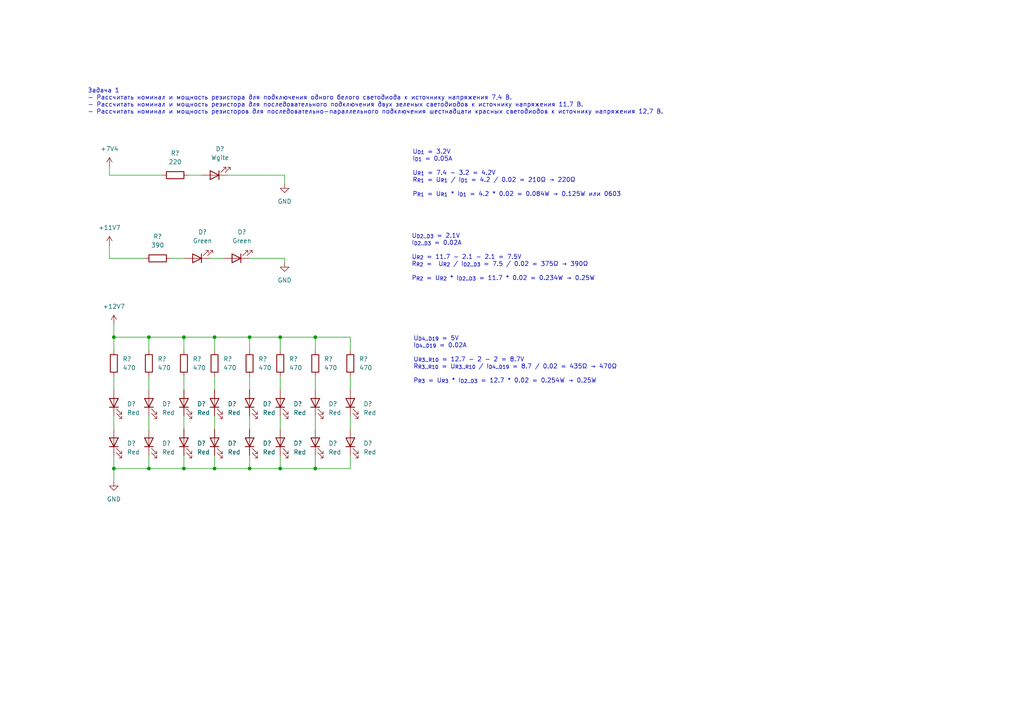
<source format=kicad_sch>
(kicad_sch (version 20231120) (generator "eeschema") (generator_version "8.0")
  (paper "A4")
  (lib_symbols
    (symbol "Device:LED" (pin_numbers hide) (pin_names (offset 1.016) hide)
      (property "Reference" "D" (at 0 2.54 0))
      (property "Value" "LED" (at 0 -2.54 0))
      (symbol "LED_0_1"
        (polyline (pts (xy -1.27 -1.27) (xy -1.27 1.27)) (stroke (width 0.254)))
        (polyline (pts (xy -1.27 0) (xy 1.27 0)))
        (polyline (pts (xy 1.27 -1.27) (xy 1.27 1.27) (xy -1.27 0) (xy 1.27 -1.27)) (stroke (width 0.254)))
        (polyline (pts (xy -3.048 -0.762) (xy -4.572 -2.286) (xy -3.81 -2.286) (xy -4.572 -2.286) (xy -4.572 -1.524)))
        (polyline (pts (xy -1.778 -0.762) (xy -3.302 -2.286) (xy -2.54 -2.286) (xy -3.302 -2.286) (xy -3.302 -1.524)))
      )
      (symbol "LED_1_1"
        (pin passive line (at -3.81 0 0) (length 2.54) (name "K") (number "1"))
        (pin passive line (at 3.81 0 180) (length 2.54) (name "A") (number "2"))
      )
    )
    (symbol "Device:R" (pin_numbers hide) (pin_names (offset 0))
      (property "Reference" "R" (at 2.032 0 90))
      (property "Value" "R" (at 0 0 90))
      (symbol "R_0_1"
        (rectangle (start -1.016 -2.54) (end 1.016 2.54) (stroke (width 0.254)))
      )
      (symbol "R_1_1"
        (pin passive line (at 0 3.81 270) (length 1.27) (name "~") (number "1"))
        (pin passive line (at 0 -3.81 90) (length 1.27) (name "~") (number "2"))
      )
    )
    (symbol "power:+3.3V" (power) (pin_numbers hide) (pin_names (offset 0) hide)
      (property "Value" "+3.3V" (at 0 3.556 0))
      (symbol "+3.3V_0_1"
        (polyline (pts (xy -0.762 1.27) (xy 0 2.54)))
        (polyline (pts (xy 0 0) (xy 0 2.54)))
        (polyline (pts (xy 0 2.54) (xy 0.762 1.27)))
      )
      (symbol "+3.3V_1_1"
        (pin power_in line (at 0 0 90) (length 0) (name "~") (number "1"))
      )
    )
    (symbol "power:GND" (power) (pin_numbers hide) (pin_names (offset 0) hide)
      (property "Value" "GND" (at 0 -3.81 0))
      (symbol "GND_0_1"
        (polyline (pts (xy 0 0) (xy 0 -1.27) (xy 1.27 -1.27) (xy 0 -2.54) (xy -1.27 -1.27) (xy 0 -1.27)))
      )
      (symbol "GND_1_1"
        (pin power_in line (at 0 0 270) (length 0) (name "~") (number "1"))
      )
    )
  )
  (junction (at 33.02 97.79))
  (junction (at 53.34 135.89))
  (junction (at 43.18 97.79))
  (junction (at 91.44 97.79))
  (junction (at 72.39 97.79))
  (junction (at 91.44 135.89))
  (junction (at 81.28 135.89))
  (junction (at 62.23 97.79))
  (junction (at 62.23 135.89))
  (junction (at 33.02 135.89))
  (junction (at 53.34 97.79))
  (junction (at 43.18 135.89))
  (junction (at 72.39 135.89))
  (junction (at 81.28 97.79))
  (wire (pts (xy 53.34 132.08) (xy 53.34 135.89)))
  (wire (pts (xy 43.18 120.65) (xy 43.18 124.46)))
  (wire (pts (xy 62.23 132.08) (xy 62.23 135.89)))
  (wire (pts (xy 33.02 97.79) (xy 43.18 97.79)))
  (wire (pts (xy 62.23 101.6) (xy 62.23 97.79)))
  (wire (pts (xy 72.39 109.22) (xy 72.39 113.03)))
  (wire (pts (xy 81.28 109.22) (xy 81.28 113.03)))
  (wire (pts (xy 62.23 109.22) (xy 62.23 113.03)))
  (wire (pts (xy 82.55 50.8) (xy 82.55 53.34)))
  (wire (pts (xy 33.02 135.89) (xy 33.02 139.7)))
  (wire (pts (xy 31.75 71.12) (xy 31.75 74.93)))
  (wire (pts (xy 31.75 48.26) (xy 31.75 50.8)))
  (wire (pts (xy 81.28 135.89) (xy 72.39 135.89)))
  (wire (pts (xy 72.39 132.08) (xy 72.39 135.89)))
  (wire (pts (xy 54.61 50.8) (xy 58.42 50.8)))
  (wire (pts (xy 101.6 101.6) (xy 101.6 97.79)))
  (wire (pts (xy 62.23 135.89) (xy 53.34 135.89)))
  (wire (pts (xy 91.44 135.89) (xy 81.28 135.89)))
  (wire (pts (xy 81.28 132.08) (xy 81.28 135.89)))
  (wire (pts (xy 72.39 74.93) (xy 82.55 74.93)))
  (wire (pts (xy 81.28 101.6) (xy 81.28 97.79)))
  (wire (pts (xy 72.39 101.6) (xy 72.39 97.79)))
  (wire (pts (xy 82.55 74.93) (xy 82.55 76.2)))
  (wire (pts (xy 62.23 97.79) (xy 53.34 97.79)))
  (wire (pts (xy 72.39 97.79) (xy 62.23 97.79)))
  (wire (pts (xy 101.6 109.22) (xy 101.6 113.03)))
  (wire (pts (xy 91.44 120.65) (xy 91.44 124.46)))
  (wire (pts (xy 72.39 135.89) (xy 62.23 135.89)))
  (wire (pts (xy 91.44 97.79) (xy 81.28 97.79)))
  (wire (pts (xy 81.28 97.79) (xy 72.39 97.79)))
  (wire (pts (xy 33.02 132.08) (xy 33.02 135.89)))
  (wire (pts (xy 91.44 101.6) (xy 91.44 97.79)))
  (wire (pts (xy 41.91 74.93) (xy 31.75 74.93)))
  (wire (pts (xy 91.44 132.08) (xy 91.44 135.89)))
  (wire (pts (xy 53.34 109.22) (xy 53.34 113.03)))
  (wire (pts (xy 33.02 93.98) (xy 33.02 97.79)))
  (wire (pts (xy 66.04 50.8) (xy 82.55 50.8)))
  (wire (pts (xy 33.02 109.22) (xy 33.02 113.03)))
  (wire (pts (xy 101.6 132.08) (xy 101.6 135.89)))
  (wire (pts (xy 53.34 135.89) (xy 43.18 135.89)))
  (wire (pts (xy 43.18 132.08) (xy 43.18 135.89)))
  (wire (pts (xy 33.02 97.79) (xy 33.02 101.6)))
  (wire (pts (xy 101.6 97.79) (xy 91.44 97.79)))
  (wire (pts (xy 53.34 97.79) (xy 53.34 101.6)))
  (wire (pts (xy 43.18 109.22) (xy 43.18 113.03)))
  (wire (pts (xy 53.34 120.65) (xy 53.34 124.46)))
  (wire (pts (xy 91.44 109.22) (xy 91.44 113.03)))
  (wire (pts (xy 43.18 101.6) (xy 43.18 97.79)))
  (wire (pts (xy 49.53 74.93) (xy 53.34 74.93)))
  (wire (pts (xy 33.02 120.65) (xy 33.02 124.46)))
  (wire (pts (xy 33.02 135.89) (xy 43.18 135.89)))
  (wire (pts (xy 60.96 74.93) (xy 64.77 74.93)))
  (wire (pts (xy 43.18 97.79) (xy 53.34 97.79)))
  (wire (pts (xy 72.39 120.65) (xy 72.39 124.46)))
  (wire (pts (xy 62.23 120.65) (xy 62.23 124.46)))
  (wire (pts (xy 81.28 120.65) (xy 81.28 124.46)))
  (wire (pts (xy 101.6 135.89) (xy 91.44 135.89)))
  (wire (pts (xy 101.6 120.65) (xy 101.6 124.46)))
  (wire (pts (xy 46.99 50.8) (xy 31.75 50.8)))
  (text "U_{D2..D3} = 2.1V\nI_{D2..D3} = 0.02A\n\nU_{R2} = 11.7 - 2.1 - 2.1 = 7.5V\nR_{R2} =  U_{R2} / I_{D2..D3} = 7.5 / 0.02 = 375Ω → 390Ω\n\nP_{R2} = U_{R2} * I_{D2..D3} = 11.7 * 0.02 = 0.234W → 0.25W" (at 119.38 74.676 0) (effects (font (size 1.27 1.27)) (justify left)))
  (text "Задача 1\n- Рассчитать номинал и мощность резистора для подключения одного белого светодиода к источнику напряжения 7,4 В.\n- Рассчитать номинал и мощность резистора для последовательного подключения двух зеленых светодиодов к источнику напряжения 11,7 В.\n- Рассчитать номинал и мощность резисторов для последовательно-параллельного подключения шестнадцати красных светодиодов к источнику напряжения 12,7 В.\n" (at 25.4 25.654 0) (effects (font (size 1.27 1.27)) (justify left top)))
  (text "U_{D1} = 3.2V\nI_{D1} = 0.05A\n\nU_{R1} = 7.4 - 3.2 = 4.2V\nR_{R1} = U_{R1} / I_{D1} = 4.2 / 0.02 = 210Ω → 220Ω\n\nP_{R1} = U_{R1} * I_{D1} = 4.2 * 0.02 = 0.084W → 0.125W или 0603 " (at 119.634 50.292 0) (effects (font (size 1.27 1.27)) (justify left)))
  (text "U_{D4..D19} = 5V\nI_{D4..D19} = 0.02A\n\nU_{R3..R10} = 12.7 - 2 - 2 = 8.7V\nR_{R3..R10} = U_{R3..R10} / I_{D4..D19} = 8.7 / 0.02 = 435Ω → 470Ω\n\nP_{R3} = U_{R3} * I_{D2..D3} = 12.7 * 0.02 = 0.254W → 0.25W" (at 119.888 104.394 0) (effects (font (size 1.27 1.27)) (justify left)))
  (symbol (lib_id "Device:R") (at 50.8 50.8 270) (unit 1)
    (property "Reference" "R?" (at 50.8 44.45 90))
    (property "Value" "220" (at 50.8 46.99 90))
    (property "Description" "Resistor" (effects (hide yes)))
  )
  (symbol (lib_id "Device:LED") (at 33.02 128.27 90) (unit 1)
    (property "Reference" "D?" (at 36.83 128.5874 90) (effects (justify right)))
    (property "Value" "Red" (at 36.83 131.1274 90) (effects (justify right)))
    (property "Description" "Light emitting diode" (effects (hide yes)))
  )
  (symbol (lib_id "Device:R") (at 53.34 105.41 180) (unit 1)
    (property "Reference" "R?" (at 55.88 104.1399 0) (effects (justify right)))
    (property "Value" "470" (at 55.88 106.6799 0) (effects (justify right)))
    (property "Description" "Resistor" (effects (hide yes)))
  )
  (symbol (lib_id "Device:LED") (at 91.44 116.84 90) (unit 1)
    (property "Reference" "D?" (at 95.25 117.1574 90) (effects (justify right)))
    (property "Value" "Red" (at 95.25 119.6974 90) (effects (justify right)))
    (property "Description" "Light emitting diode" (effects (hide yes)))
  )
  (symbol (lib_id "Device:LED") (at 53.34 116.84 90) (unit 1)
    (property "Reference" "D?" (at 57.15 117.1574 90) (effects (justify right)))
    (property "Value" "Red" (at 57.15 119.6974 90) (effects (justify right)))
    (property "Description" "Light emitting diode" (effects (hide yes)))
  )
  (symbol (lib_id "power:GND") (at 33.02 139.7 0) (unit 1)
    (property "Reference" "#PWR?" (effects (hide yes)))
    (property "Value" "GND" (at 33.02 144.78 0))
    (property "Description" "Power symbol creates a global label with name \"GND\" , ground" (effects (hide yes)))
  )
  (symbol (lib_id "Device:R") (at 62.23 105.41 180) (unit 1)
    (property "Reference" "R?" (at 64.77 104.1399 0) (effects (justify right)))
    (property "Value" "470" (at 64.77 106.6799 0) (effects (justify right)))
    (property "Description" "Resistor" (effects (hide yes)))
  )
  (symbol (lib_id "Device:LED") (at 72.39 128.27 90) (unit 1)
    (property "Reference" "D?" (at 76.2 128.5874 90) (effects (justify right)))
    (property "Value" "Red" (at 76.2 131.1274 90) (effects (justify right)))
    (property "Description" "Light emitting diode" (effects (hide yes)))
  )
  (symbol (lib_id "Device:R") (at 43.18 105.41 180) (unit 1)
    (property "Reference" "R?" (at 45.72 104.1399 0) (effects (justify right)))
    (property "Value" "470" (at 45.72 106.6799 0) (effects (justify right)))
    (property "Description" "Resistor" (effects (hide yes)))
  )
  (symbol (lib_id "Device:LED") (at 81.28 116.84 90) (unit 1)
    (property "Reference" "D?" (at 85.09 117.1574 90) (effects (justify right)))
    (property "Value" "Red" (at 85.09 119.6974 90) (effects (justify right)))
    (property "Description" "Light emitting diode" (effects (hide yes)))
  )
  (symbol (lib_id "Device:LED") (at 33.02 116.84 90) (unit 1)
    (property "Reference" "D?" (at 36.83 117.1574 90) (effects (justify right)))
    (property "Value" "Red" (at 36.83 119.6974 90) (effects (justify right)))
    (property "Description" "Light emitting diode" (effects (hide yes)))
  )
  (symbol (lib_id "Device:LED") (at 72.39 116.84 90) (unit 1)
    (property "Reference" "D?" (at 76.2 117.1574 90) (effects (justify right)))
    (property "Value" "Red" (at 76.2 119.6974 90) (effects (justify right)))
    (property "Description" "Light emitting diode" (effects (hide yes)))
  )
  (symbol (lib_id "power:+3.3V") (at 31.75 71.12 0) (unit 1)
    (property "Reference" "#PWR?" (effects (hide yes)))
    (property "Value" "+11V7" (at 31.75 66.04 0))
    (property "Description" "Power symbol creates a global label with name \"+3.3V\"" (effects (hide yes)))
  )
  (symbol (lib_id "Device:LED") (at 101.6 128.27 90) (unit 1)
    (property "Reference" "D?" (at 105.41 128.5874 90) (effects (justify right)))
    (property "Value" "Red" (at 105.41 131.1274 90) (effects (justify right)))
    (property "Description" "Light emitting diode" (effects (hide yes)))
  )
  (symbol (lib_id "Device:LED") (at 81.28 128.27 90) (unit 1)
    (property "Reference" "D?" (at 85.09 128.5874 90) (effects (justify right)))
    (property "Value" "Red" (at 85.09 131.1274 90) (effects (justify right)))
    (property "Description" "Light emitting diode" (effects (hide yes)))
  )
  (symbol (lib_id "Device:LED") (at 91.44 128.27 90) (unit 1)
    (property "Reference" "D?" (at 95.25 128.5874 90) (effects (justify right)))
    (property "Value" "Red" (at 95.25 131.1274 90) (effects (justify right)))
    (property "Description" "Light emitting diode" (effects (hide yes)))
  )
  (symbol (lib_id "Device:LED") (at 68.58 74.93 180) (unit 1)
    (property "Reference" "D?" (at 70.1675 67.31 0))
    (property "Value" "Green" (at 70.1675 69.85 0))
    (property "Description" "Light emitting diode" (effects (hide yes)))
  )
  (symbol (lib_id "Device:R") (at 91.44 105.41 180) (unit 1)
    (property "Reference" "R?" (at 93.98 104.1399 0) (effects (justify right)))
    (property "Value" "470" (at 93.98 106.6799 0) (effects (justify right)))
    (property "Description" "Resistor" (effects (hide yes)))
  )
  (symbol (lib_id "Device:LED") (at 101.6 116.84 90) (unit 1)
    (property "Reference" "D?" (at 105.41 117.1574 90) (effects (justify right)))
    (property "Value" "Red" (at 105.41 119.6974 90) (effects (justify right)))
    (property "Description" "Light emitting diode" (effects (hide yes)))
  )
  (symbol (lib_id "Device:R") (at 81.28 105.41 180) (unit 1)
    (property "Reference" "R?" (at 83.82 104.1399 0) (effects (justify right)))
    (property "Value" "470" (at 83.82 106.6799 0) (effects (justify right)))
    (property "Description" "Resistor" (effects (hide yes)))
  )
  (symbol (lib_id "Device:LED") (at 62.23 116.84 90) (unit 1)
    (property "Reference" "D?" (at 66.04 117.1574 90) (effects (justify right)))
    (property "Value" "Red" (at 66.04 119.6974 90) (effects (justify right)))
    (property "Description" "Light emitting diode" (effects (hide yes)))
  )
  (symbol (lib_id "Device:LED") (at 57.15 74.93 180) (unit 1)
    (property "Reference" "D?" (at 58.7375 67.31 0))
    (property "Value" "Green" (at 58.7375 69.85 0))
    (property "Description" "Light emitting diode" (effects (hide yes)))
  )
  (symbol (lib_id "Device:LED") (at 62.23 128.27 90) (unit 1)
    (property "Reference" "D?" (at 66.04 128.5874 90) (effects (justify right)))
    (property "Value" "Red" (at 66.04 131.1274 90) (effects (justify right)))
    (property "Description" "Light emitting diode" (effects (hide yes)))
  )
  (symbol (lib_id "Device:LED") (at 53.34 128.27 90) (unit 1)
    (property "Reference" "D?" (at 57.15 128.5874 90) (effects (justify right)))
    (property "Value" "Red" (at 57.15 131.1274 90) (effects (justify right)))
    (property "Description" "Light emitting diode" (effects (hide yes)))
  )
  (symbol (lib_id "Device:LED") (at 62.23 50.8 180) (unit 1)
    (property "Reference" "D?" (at 63.8175 43.18 0))
    (property "Value" "Wgite" (at 63.8175 45.72 0))
    (property "Description" "Light emitting diode" (effects (hide yes)))
  )
  (symbol (lib_id "Device:R") (at 101.6 105.41 180) (unit 1)
    (property "Reference" "R?" (at 104.14 104.1399 0) (effects (justify right)))
    (property "Value" "470" (at 104.14 106.6799 0) (effects (justify right)))
    (property "Description" "Resistor" (effects (hide yes)))
  )
  (symbol (lib_id "Device:R") (at 33.02 105.41 180) (unit 1)
    (property "Reference" "R?" (at 35.56 104.1399 0) (effects (justify right)))
    (property "Value" "470" (at 35.56 106.6799 0) (effects (justify right)))
    (property "Description" "Resistor" (effects (hide yes)))
  )
  (symbol (lib_id "Device:R") (at 72.39 105.41 180) (unit 1)
    (property "Reference" "R?" (at 74.93 104.1399 0) (effects (justify right)))
    (property "Value" "470" (at 74.93 106.6799 0) (effects (justify right)))
    (property "Description" "Resistor" (effects (hide yes)))
  )
  (symbol (lib_id "power:+3.3V") (at 31.75 48.26 0) (unit 1)
    (property "Reference" "#PWR?" (effects (hide yes)))
    (property "Value" "+7V4" (at 31.75 43.18 0))
    (property "Description" "Power symbol creates a global label with name \"+3.3V\"" (effects (hide yes)))
  )
  (symbol (lib_id "power:GND") (at 82.55 53.34 0) (unit 1)
    (property "Reference" "#PWR?" (effects (hide yes)))
    (property "Value" "GND" (at 82.55 58.42 0))
    (property "Description" "Power symbol creates a global label with name \"GND\" , ground" (effects (hide yes)))
  )
  (symbol (lib_id "Device:LED") (at 43.18 116.84 90) (unit 1)
    (property "Reference" "D?" (at 46.99 117.1574 90) (effects (justify right)))
    (property "Value" "Red" (at 46.99 119.6974 90) (effects (justify right)))
    (property "Description" "Light emitting diode" (effects (hide yes)))
  )
  (symbol (lib_id "power:GND") (at 82.55 76.2 0) (unit 1)
    (property "Reference" "#PWR?" (effects (hide yes)))
    (property "Value" "GND" (at 82.55 81.28 0))
    (property "Description" "Power symbol creates a global label with name \"GND\" , ground" (effects (hide yes)))
  )
  (symbol (lib_id "Device:LED") (at 43.18 128.27 90) (unit 1)
    (property "Reference" "D?" (at 46.99 128.5874 90) (effects (justify right)))
    (property "Value" "Red" (at 46.99 131.1274 90) (effects (justify right)))
    (property "Description" "Light emitting diode" (effects (hide yes)))
  )
  (symbol (lib_id "Device:R") (at 45.72 74.93 270) (unit 1)
    (property "Reference" "R?" (at 45.72 68.58 90))
    (property "Value" "390" (at 45.72 71.12 90))
    (property "Description" "Resistor" (effects (hide yes)))
  )
  (symbol (lib_id "power:+3.3V") (at 33.02 93.98 0) (unit 1)
    (property "Reference" "#PWR?" (effects (hide yes)))
    (property "Value" "+12V7" (at 33.02 88.9 0))
    (property "Description" "Power symbol creates a global label with name \"+3.3V\"" (effects (hide yes)))
  )
)
</source>
